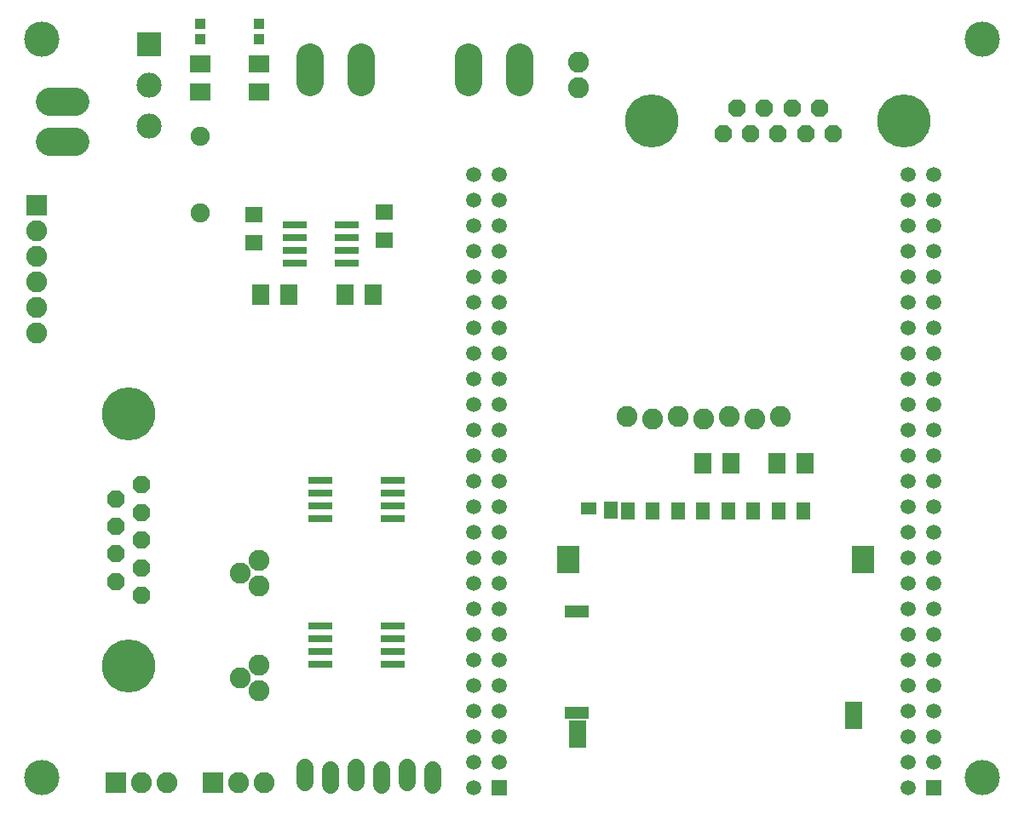
<source format=gts>
G75*
G70*
%OFA0B0*%
%FSLAX24Y24*%
%IPPOS*%
%LPD*%
%AMOC8*
5,1,8,0,0,1.08239X$1,22.5*
%
%ADD10R,0.0595X0.0595*%
%ADD11C,0.0595*%
%ADD12R,0.0671X0.1064*%
%ADD13R,0.0940X0.0500*%
%ADD14R,0.0867X0.1064*%
%ADD15R,0.0592X0.0513*%
%ADD16R,0.0552X0.0671*%
%ADD17C,0.0820*%
%ADD18R,0.0710X0.0789*%
%ADD19C,0.0680*%
%ADD20R,0.0980X0.0980*%
%ADD21C,0.0980*%
%ADD22C,0.1080*%
%ADD23OC8,0.0680*%
%ADD24C,0.2080*%
%ADD25R,0.0946X0.0316*%
%ADD26R,0.0710X0.0631*%
%ADD27R,0.0395X0.0395*%
%ADD28R,0.0789X0.0710*%
%ADD29C,0.0680*%
%ADD30C,0.1084*%
%ADD31R,0.0820X0.0820*%
%ADD32C,0.0749*%
%ADD33C,0.1380*%
D10*
X021538Y001212D03*
X038538Y001212D03*
D11*
X037538Y001212D03*
X037538Y002212D03*
X038538Y002212D03*
X038538Y003212D03*
X037538Y003212D03*
X037538Y004212D03*
X038538Y004212D03*
X038538Y005212D03*
X037538Y005212D03*
X037538Y006212D03*
X038538Y006212D03*
X038538Y007212D03*
X037538Y007212D03*
X037538Y008212D03*
X038538Y008212D03*
X038538Y009212D03*
X037538Y009212D03*
X037538Y010212D03*
X038538Y010212D03*
X038538Y011212D03*
X037538Y011212D03*
X037538Y012212D03*
X038538Y012212D03*
X038538Y013212D03*
X037538Y013212D03*
X037538Y014212D03*
X038538Y014212D03*
X038538Y015212D03*
X037538Y015212D03*
X037538Y016212D03*
X038538Y016212D03*
X038538Y017212D03*
X037538Y017212D03*
X037538Y018212D03*
X038538Y018212D03*
X038538Y019212D03*
X037538Y019212D03*
X037538Y020212D03*
X038538Y020212D03*
X038538Y021212D03*
X037538Y021212D03*
X037538Y022212D03*
X038538Y022212D03*
X038538Y023212D03*
X037538Y023212D03*
X037538Y024212D03*
X038538Y024212D03*
X038538Y025212D03*
X037538Y025212D03*
X021538Y025212D03*
X020538Y025212D03*
X020538Y024212D03*
X021538Y024212D03*
X021538Y023212D03*
X020538Y023212D03*
X020538Y022212D03*
X021538Y022212D03*
X021538Y021212D03*
X020538Y021212D03*
X020538Y020212D03*
X021538Y020212D03*
X021538Y019212D03*
X021538Y018212D03*
X020538Y018212D03*
X020538Y019212D03*
X020538Y017212D03*
X021538Y017212D03*
X021538Y016212D03*
X020538Y016212D03*
X020538Y015212D03*
X021538Y015212D03*
X021538Y014212D03*
X020538Y014212D03*
X020538Y013212D03*
X021538Y013212D03*
X021538Y012212D03*
X020538Y012212D03*
X020538Y011212D03*
X021538Y011212D03*
X021538Y010212D03*
X020538Y010212D03*
X020538Y009212D03*
X021538Y009212D03*
X021538Y008212D03*
X020538Y008212D03*
X020538Y007212D03*
X020538Y006212D03*
X021538Y006212D03*
X021538Y007212D03*
X021538Y005212D03*
X020538Y005212D03*
X020538Y004212D03*
X021538Y004212D03*
X021538Y003212D03*
X020538Y003212D03*
X020538Y002212D03*
X021538Y002212D03*
X020538Y001212D03*
D12*
X024581Y003305D03*
X035408Y004062D03*
D13*
X024549Y004171D03*
X024549Y008108D03*
D14*
X024226Y010155D03*
X035762Y010155D03*
D15*
X025038Y012142D03*
D16*
X025908Y012072D03*
X026573Y012064D03*
X027526Y012064D03*
X028510Y012064D03*
X029494Y012064D03*
X030478Y012064D03*
X031463Y012064D03*
X032447Y012064D03*
X033431Y012064D03*
D17*
X032538Y015762D03*
X031538Y015662D03*
X030538Y015762D03*
X029538Y015662D03*
X028538Y015762D03*
X027538Y015662D03*
X026538Y015762D03*
X012138Y010112D03*
X011388Y009612D03*
X012138Y009112D03*
X012138Y006012D03*
X011388Y005512D03*
X012138Y005012D03*
X012338Y001412D03*
X011338Y001412D03*
X008538Y001412D03*
X007538Y001412D03*
X003438Y019012D03*
X003438Y020012D03*
X003438Y021012D03*
X003438Y022012D03*
X003438Y023012D03*
X024638Y028612D03*
X024638Y029612D03*
D18*
X016589Y020512D03*
X015487Y020512D03*
X013289Y020512D03*
X012187Y020512D03*
X029487Y013912D03*
X030589Y013912D03*
X032387Y013912D03*
X033489Y013912D03*
D19*
X007838Y027112D03*
X007838Y028712D03*
X007838Y030312D03*
D20*
X007838Y030312D03*
D21*
X007838Y028712D03*
X007838Y027112D03*
D22*
X014138Y028812D02*
X014138Y029812D01*
X016138Y029812D02*
X016138Y028812D01*
X020338Y028812D02*
X020338Y029812D01*
X022338Y029812D02*
X022338Y028812D01*
D23*
X030278Y026812D03*
X031358Y026812D03*
X030818Y027812D03*
X031898Y027812D03*
X032978Y027812D03*
X032438Y026812D03*
X033518Y026812D03*
X034598Y026812D03*
X034058Y027812D03*
X007538Y013072D03*
X006538Y012532D03*
X007538Y011992D03*
X006538Y011452D03*
X007538Y010912D03*
X006538Y010372D03*
X007538Y009832D03*
X006538Y009292D03*
X007538Y008752D03*
D24*
X007038Y005982D03*
X007038Y015842D03*
X027508Y027312D03*
X037368Y027312D03*
D25*
X017346Y013262D03*
X017346Y012762D03*
X017346Y012262D03*
X017346Y011762D03*
X014521Y011762D03*
X014521Y012262D03*
X014521Y012762D03*
X014521Y013262D03*
X014521Y007562D03*
X014521Y007062D03*
X014521Y006562D03*
X014521Y006062D03*
X017346Y006062D03*
X017346Y006562D03*
X017346Y007062D03*
X017346Y007562D03*
X015562Y021762D03*
X015562Y022262D03*
X015562Y022762D03*
X015562Y023262D03*
X013515Y023262D03*
X013515Y022762D03*
X013515Y022262D03*
X013515Y021762D03*
D26*
X011938Y022561D03*
X011938Y023664D03*
X017038Y023764D03*
X017038Y022661D03*
D27*
X012138Y030517D03*
X012138Y031108D03*
X009838Y031108D03*
X009838Y030517D03*
D28*
X009838Y029564D03*
X009838Y028461D03*
X012138Y028461D03*
X012138Y029564D03*
D29*
X013938Y002012D02*
X013938Y001412D01*
X014938Y001312D02*
X014938Y001912D01*
X015938Y002012D02*
X015938Y001412D01*
X016938Y001312D02*
X016938Y001912D01*
X017938Y002012D02*
X017938Y001412D01*
X018938Y001312D02*
X018938Y001912D01*
D30*
X004940Y026533D02*
X003936Y026533D01*
X003936Y028092D02*
X004940Y028092D01*
D31*
X003438Y024012D03*
X006538Y001412D03*
X010338Y001412D03*
D32*
X009838Y023712D03*
X009838Y026712D03*
D33*
X003638Y001612D03*
X003638Y030512D03*
X040438Y030512D03*
X040438Y001612D03*
M02*

</source>
